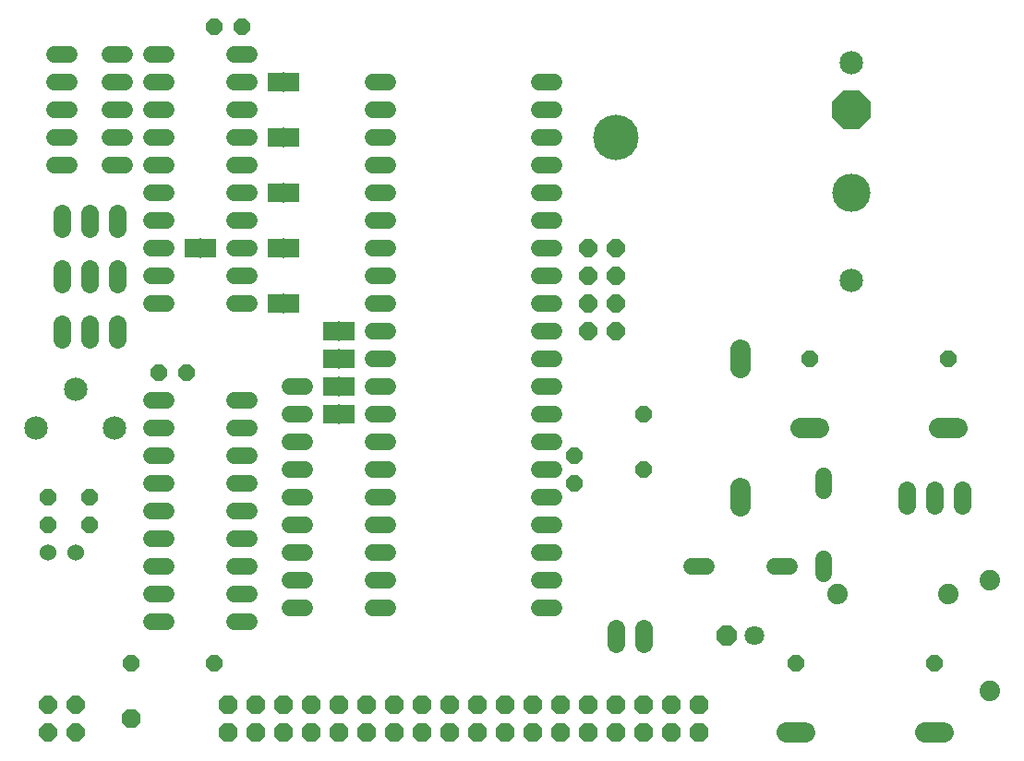
<source format=gbs>
G04 EAGLE Gerber RS-274X export*
G75*
%MOMM*%
%FSLAX34Y34*%
%LPD*%
%INSoldermask Bottom*%
%IPPOS*%
%AMOC8*
5,1,8,0,0,1.08239X$1,22.5*%
G01*
%ADD10P,1.649562X8X202.500000*%
%ADD11P,1.649562X8X292.500000*%
%ADD12P,1.649562X8X112.500000*%
%ADD13P,1.951982X8X202.500000*%
%ADD14C,1.803400*%
%ADD15C,1.625600*%
%ADD16C,1.524000*%
%ADD17R,1.371600X1.803400*%
%ADD18R,0.152400X1.828800*%
%ADD19P,1.759533X8X292.500000*%
%ADD20P,1.759533X8X202.500000*%
%ADD21C,4.165600*%
%ADD22P,1.869504X8X202.500000*%
%ADD23C,1.524000*%
%ADD24C,2.153200*%
%ADD25P,1.649562X8X22.500000*%
%ADD26P,1.869504X8X22.500000*%
%ADD27C,1.879600*%
%ADD28C,1.879600*%
%ADD29P,3.793993X8X112.500000*%
%ADD30C,3.505200*%


D10*
X215900Y685800D03*
X190500Y685800D03*
D11*
X584200Y330200D03*
X584200Y279400D03*
D12*
X520700Y266700D03*
X520700Y292100D03*
D13*
X660400Y127000D03*
D14*
X685800Y127000D03*
D15*
X584200Y119888D02*
X584200Y134112D01*
X558800Y134112D02*
X558800Y119888D01*
D16*
X349504Y635000D02*
X336296Y635000D01*
X336296Y609600D02*
X349504Y609600D01*
X349504Y482600D02*
X336296Y482600D01*
X336296Y457200D02*
X349504Y457200D01*
X349504Y584200D02*
X336296Y584200D01*
X336296Y558800D02*
X349504Y558800D01*
X349504Y508000D02*
X336296Y508000D01*
X336296Y533400D02*
X349504Y533400D01*
X349504Y431800D02*
X336296Y431800D01*
X336296Y406400D02*
X349504Y406400D01*
X349504Y381000D02*
X336296Y381000D01*
X336296Y355600D02*
X349504Y355600D01*
X349504Y330200D02*
X336296Y330200D01*
X336296Y304800D02*
X349504Y304800D01*
X349504Y279400D02*
X336296Y279400D01*
X336296Y254000D02*
X349504Y254000D01*
X349504Y228600D02*
X336296Y228600D01*
X336296Y203200D02*
X349504Y203200D01*
X349504Y177800D02*
X336296Y177800D01*
X336296Y152400D02*
X349504Y152400D01*
X488696Y152400D02*
X501904Y152400D01*
X501904Y177800D02*
X488696Y177800D01*
X488696Y203200D02*
X501904Y203200D01*
X501904Y228600D02*
X488696Y228600D01*
X488696Y254000D02*
X501904Y254000D01*
X501904Y279400D02*
X488696Y279400D01*
X488696Y304800D02*
X501904Y304800D01*
X501904Y330200D02*
X488696Y330200D01*
X488696Y355600D02*
X501904Y355600D01*
X501904Y381000D02*
X488696Y381000D01*
X488696Y406400D02*
X501904Y406400D01*
X501904Y431800D02*
X488696Y431800D01*
X488696Y457200D02*
X501904Y457200D01*
X501904Y482600D02*
X488696Y482600D01*
X488696Y508000D02*
X501904Y508000D01*
X501904Y533400D02*
X488696Y533400D01*
X488696Y558800D02*
X501904Y558800D01*
X501904Y584200D02*
X488696Y584200D01*
X488696Y609600D02*
X501904Y609600D01*
X501904Y635000D02*
X488696Y635000D01*
X146304Y660400D02*
X133096Y660400D01*
X133096Y635000D02*
X146304Y635000D01*
X146304Y508000D02*
X133096Y508000D01*
X133096Y482600D02*
X146304Y482600D01*
X146304Y609600D02*
X133096Y609600D01*
X133096Y584200D02*
X146304Y584200D01*
X146304Y533400D02*
X133096Y533400D01*
X133096Y558800D02*
X146304Y558800D01*
X146304Y457200D02*
X133096Y457200D01*
X133096Y431800D02*
X146304Y431800D01*
X209296Y431800D02*
X222504Y431800D01*
X222504Y457200D02*
X209296Y457200D01*
X209296Y482600D02*
X222504Y482600D01*
X222504Y508000D02*
X209296Y508000D01*
X209296Y533400D02*
X222504Y533400D01*
X222504Y558800D02*
X209296Y558800D01*
X209296Y584200D02*
X222504Y584200D01*
X222504Y609600D02*
X209296Y609600D01*
X209296Y635000D02*
X222504Y635000D01*
X222504Y660400D02*
X209296Y660400D01*
X146304Y342900D02*
X133096Y342900D01*
X133096Y317500D02*
X146304Y317500D01*
X146304Y292100D02*
X133096Y292100D01*
X133096Y266700D02*
X146304Y266700D01*
X146304Y241300D02*
X133096Y241300D01*
X133096Y215900D02*
X146304Y215900D01*
X146304Y190500D02*
X133096Y190500D01*
X133096Y165100D02*
X146304Y165100D01*
X146304Y139700D02*
X133096Y139700D01*
X209296Y139700D02*
X222504Y139700D01*
X222504Y165100D02*
X209296Y165100D01*
X209296Y190500D02*
X222504Y190500D01*
X222504Y215900D02*
X209296Y215900D01*
X209296Y241300D02*
X222504Y241300D01*
X222504Y266700D02*
X209296Y266700D01*
X209296Y292100D02*
X222504Y292100D01*
X222504Y317500D02*
X209296Y317500D01*
X209296Y342900D02*
X222504Y342900D01*
X260096Y355600D02*
X273304Y355600D01*
X273304Y330200D02*
X260096Y330200D01*
X260096Y304800D02*
X273304Y304800D01*
X273304Y279400D02*
X260096Y279400D01*
X260096Y254000D02*
X273304Y254000D01*
X273304Y228600D02*
X260096Y228600D01*
X260096Y203200D02*
X273304Y203200D01*
X273304Y177800D02*
X260096Y177800D01*
X260096Y152400D02*
X273304Y152400D01*
D15*
X50800Y399288D02*
X50800Y413512D01*
X76200Y413512D02*
X76200Y399288D01*
X101600Y399288D02*
X101600Y413512D01*
X50800Y450088D02*
X50800Y464312D01*
X76200Y464312D02*
X76200Y450088D01*
X101600Y450088D02*
X101600Y464312D01*
X50800Y500888D02*
X50800Y515112D01*
X76200Y515112D02*
X76200Y500888D01*
X101600Y500888D02*
X101600Y515112D01*
D17*
X312420Y330200D03*
X297180Y330200D03*
D18*
X304800Y330200D03*
D17*
X312420Y355600D03*
X297180Y355600D03*
D18*
X304800Y355600D03*
D17*
X312420Y381000D03*
X297180Y381000D03*
D18*
X304800Y381000D03*
D16*
X108204Y558800D02*
X94996Y558800D01*
X94996Y584200D02*
X108204Y584200D01*
X108204Y609600D02*
X94996Y609600D01*
X94996Y635000D02*
X108204Y635000D01*
X108204Y660400D02*
X94996Y660400D01*
X57404Y558800D02*
X44196Y558800D01*
X44196Y584200D02*
X57404Y584200D01*
X57404Y609600D02*
X44196Y609600D01*
X44196Y635000D02*
X57404Y635000D01*
X57404Y660400D02*
X44196Y660400D01*
D17*
X185420Y482600D03*
X170180Y482600D03*
D18*
X177800Y482600D03*
D17*
X261620Y431800D03*
X246380Y431800D03*
D18*
X254000Y431800D03*
D17*
X261620Y482600D03*
X246380Y482600D03*
D18*
X254000Y482600D03*
D17*
X261620Y533400D03*
X246380Y533400D03*
D18*
X254000Y533400D03*
D17*
X261620Y584200D03*
X246380Y584200D03*
D18*
X254000Y584200D03*
D17*
X261620Y635000D03*
X246380Y635000D03*
D18*
X254000Y635000D03*
D19*
X533400Y482600D03*
X558800Y482600D03*
X533400Y457200D03*
X558800Y457200D03*
X533400Y431800D03*
X558800Y431800D03*
X558800Y406400D03*
X533400Y406400D03*
D17*
X312420Y406400D03*
X297180Y406400D03*
D18*
X304800Y406400D03*
D20*
X63500Y63500D03*
X63500Y38100D03*
X38100Y63500D03*
X38100Y38100D03*
D21*
X558800Y584200D03*
D22*
X635000Y63500D03*
X609600Y63500D03*
X584200Y63500D03*
X558800Y63500D03*
X533400Y63500D03*
X508000Y63500D03*
X635000Y38100D03*
X609600Y38100D03*
X584200Y38100D03*
X558800Y38100D03*
X533400Y38100D03*
X508000Y38100D03*
X482600Y63500D03*
X482600Y38100D03*
X457200Y63500D03*
X431800Y63500D03*
X406400Y63500D03*
X381000Y63500D03*
X355600Y63500D03*
X330200Y63500D03*
X457200Y38100D03*
X431800Y38100D03*
X406400Y38100D03*
X381000Y38100D03*
X355600Y38100D03*
X330200Y38100D03*
X304800Y63500D03*
X304800Y38100D03*
X279400Y63500D03*
X254000Y63500D03*
X228600Y63500D03*
X203200Y63500D03*
X279400Y38100D03*
X254000Y38100D03*
X228600Y38100D03*
X203200Y38100D03*
D23*
X63500Y203200D03*
X38100Y203200D03*
D12*
X76200Y228600D03*
X76200Y254000D03*
X38100Y228600D03*
X38100Y254000D03*
D24*
X63500Y353568D03*
X27432Y317500D03*
X99568Y317500D03*
D25*
X114300Y101600D03*
X190500Y101600D03*
D26*
X114300Y50800D03*
D24*
X774700Y653000D03*
X774700Y453000D03*
D16*
X717804Y190500D02*
X704596Y190500D01*
X641604Y190500D02*
X628396Y190500D01*
X749300Y260096D02*
X749300Y273304D01*
X749300Y197104D02*
X749300Y183896D01*
D10*
X863600Y381000D03*
X736600Y381000D03*
D27*
X728218Y317500D02*
X744982Y317500D01*
X855218Y317500D02*
X871982Y317500D01*
X673100Y372618D02*
X673100Y389382D01*
X673100Y262382D02*
X673100Y245618D01*
D25*
X139700Y368300D03*
X165100Y368300D03*
D15*
X825500Y261112D02*
X825500Y246888D01*
X850900Y246888D02*
X850900Y261112D01*
X876300Y261112D02*
X876300Y246888D01*
D28*
X863600Y165100D03*
X762000Y165100D03*
X901700Y76200D03*
X901700Y177800D03*
D10*
X850900Y101600D03*
X723900Y101600D03*
D27*
X715518Y38100D02*
X732282Y38100D01*
X842518Y38100D02*
X859282Y38100D01*
D29*
X774700Y609600D03*
D30*
X774700Y533400D03*
M02*

</source>
